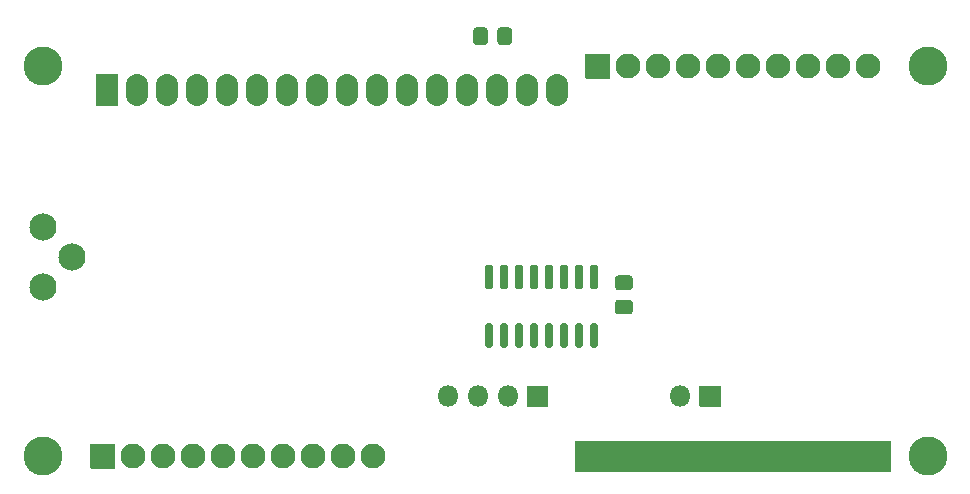
<source format=gbr>
G04 #@! TF.GenerationSoftware,KiCad,Pcbnew,(5.1.8)-1*
G04 #@! TF.CreationDate,2020-11-29T01:33:09+03:00*
G04 #@! TF.ProjectId,LCD,4c43442e-6b69-4636-9164-5f7063625858,rev?*
G04 #@! TF.SameCoordinates,Original*
G04 #@! TF.FileFunction,Soldermask,Bot*
G04 #@! TF.FilePolarity,Negative*
%FSLAX46Y46*%
G04 Gerber Fmt 4.6, Leading zero omitted, Abs format (unit mm)*
G04 Created by KiCad (PCBNEW (5.1.8)-1) date 2020-11-29 01:33:09*
%MOMM*%
%LPD*%
G01*
G04 APERTURE LIST*
%ADD10C,0.100000*%
%ADD11C,3.302000*%
%ADD12O,1.902000X2.702000*%
%ADD13C,2.302000*%
%ADD14C,2.102000*%
%ADD15O,1.802000X1.802000*%
G04 APERTURE END LIST*
D10*
G36*
X144780000Y-63500000D02*
G01*
X118110000Y-63500000D01*
X118110000Y-60960000D01*
X144780000Y-60960000D01*
X144780000Y-63500000D01*
G37*
X144780000Y-63500000D02*
X118110000Y-63500000D01*
X118110000Y-60960000D01*
X144780000Y-60960000D01*
X144780000Y-63500000D01*
G36*
X144780000Y-63500000D02*
G01*
X118110000Y-63500000D01*
X118110000Y-60960000D01*
X144780000Y-60960000D01*
X144780000Y-63500000D01*
G37*
X144780000Y-63500000D02*
X118110000Y-63500000D01*
X118110000Y-60960000D01*
X144780000Y-60960000D01*
X144780000Y-63500000D01*
D11*
X147955000Y-62230000D03*
X147955000Y-29210000D03*
X73025000Y-62230000D03*
X73025000Y-29210000D03*
D12*
X116586000Y-31242000D03*
X114046000Y-31242000D03*
X111506000Y-31242000D03*
X108966000Y-31242000D03*
X106426000Y-31242000D03*
X103886000Y-31242000D03*
X101346000Y-31242000D03*
X98806000Y-31242000D03*
X96266000Y-31242000D03*
X93726000Y-31242000D03*
X91186000Y-31242000D03*
X88646000Y-31242000D03*
X86106000Y-31242000D03*
X83566000Y-31242000D03*
X81026000Y-31242000D03*
G36*
G01*
X77535000Y-32542000D02*
X77535000Y-29942000D01*
G75*
G02*
X77586000Y-29891000I51000J0D01*
G01*
X79386000Y-29891000D01*
G75*
G02*
X79437000Y-29942000I0J-51000D01*
G01*
X79437000Y-32542000D01*
G75*
G02*
X79386000Y-32593000I-51000J0D01*
G01*
X77586000Y-32593000D01*
G75*
G02*
X77535000Y-32542000I0J51000D01*
G01*
G37*
G36*
G01*
X112776000Y-26191172D02*
X112776000Y-27148828D01*
G75*
G02*
X112503828Y-27421000I-272172J0D01*
G01*
X111796172Y-27421000D01*
G75*
G02*
X111524000Y-27148828I0J272172D01*
G01*
X111524000Y-26191172D01*
G75*
G02*
X111796172Y-25919000I272172J0D01*
G01*
X112503828Y-25919000D01*
G75*
G02*
X112776000Y-26191172I0J-272172D01*
G01*
G37*
G36*
G01*
X110726000Y-26191172D02*
X110726000Y-27148828D01*
G75*
G02*
X110453828Y-27421000I-272172J0D01*
G01*
X109746172Y-27421000D01*
G75*
G02*
X109474000Y-27148828I0J272172D01*
G01*
X109474000Y-26191172D01*
G75*
G02*
X109746172Y-25919000I272172J0D01*
G01*
X110453828Y-25919000D01*
G75*
G02*
X110726000Y-26191172I0J-272172D01*
G01*
G37*
D13*
X73025000Y-47862500D03*
X75525000Y-45362500D03*
X73025000Y-42862500D03*
G36*
G01*
X77105000Y-61179000D02*
X79105000Y-61179000D01*
G75*
G02*
X79156000Y-61230000I0J-51000D01*
G01*
X79156000Y-63230000D01*
G75*
G02*
X79105000Y-63281000I-51000J0D01*
G01*
X77105000Y-63281000D01*
G75*
G02*
X77054000Y-63230000I0J51000D01*
G01*
X77054000Y-61230000D01*
G75*
G02*
X77105000Y-61179000I51000J0D01*
G01*
G37*
D14*
X80645000Y-62230000D03*
X83185000Y-62230000D03*
X85725000Y-62230000D03*
X88265000Y-62230000D03*
X90805000Y-62230000D03*
X93345000Y-62230000D03*
X95885000Y-62230000D03*
X98425000Y-62230000D03*
X100965000Y-62230000D03*
X142875000Y-29210000D03*
X140335000Y-29210000D03*
X137795000Y-29210000D03*
X135255000Y-29210000D03*
X132715000Y-29210000D03*
X130175000Y-29210000D03*
X127635000Y-29210000D03*
X125095000Y-29210000D03*
X122555000Y-29210000D03*
G36*
G01*
X119015000Y-28159000D02*
X121015000Y-28159000D01*
G75*
G02*
X121066000Y-28210000I0J-51000D01*
G01*
X121066000Y-30210000D01*
G75*
G02*
X121015000Y-30261000I-51000J0D01*
G01*
X119015000Y-30261000D01*
G75*
G02*
X118964000Y-30210000I0J51000D01*
G01*
X118964000Y-28210000D01*
G75*
G02*
X119015000Y-28159000I51000J0D01*
G01*
G37*
G36*
G01*
X114085000Y-56249000D02*
X115785000Y-56249000D01*
G75*
G02*
X115836000Y-56300000I0J-51000D01*
G01*
X115836000Y-58000000D01*
G75*
G02*
X115785000Y-58051000I-51000J0D01*
G01*
X114085000Y-58051000D01*
G75*
G02*
X114034000Y-58000000I0J51000D01*
G01*
X114034000Y-56300000D01*
G75*
G02*
X114085000Y-56249000I51000J0D01*
G01*
G37*
D15*
X112395000Y-57150000D03*
X109855000Y-57150000D03*
X107315000Y-57150000D03*
G36*
G01*
X128690000Y-56249000D02*
X130390000Y-56249000D01*
G75*
G02*
X130441000Y-56300000I0J-51000D01*
G01*
X130441000Y-58000000D01*
G75*
G02*
X130390000Y-58051000I-51000J0D01*
G01*
X128690000Y-58051000D01*
G75*
G02*
X128639000Y-58000000I0J51000D01*
G01*
X128639000Y-56300000D01*
G75*
G02*
X128690000Y-56249000I51000J0D01*
G01*
G37*
X127000000Y-57150000D03*
G36*
G01*
X122716328Y-50228500D02*
X121758672Y-50228500D01*
G75*
G02*
X121486500Y-49956328I0J272172D01*
G01*
X121486500Y-49248672D01*
G75*
G02*
X121758672Y-48976500I272172J0D01*
G01*
X122716328Y-48976500D01*
G75*
G02*
X122988500Y-49248672I0J-272172D01*
G01*
X122988500Y-49956328D01*
G75*
G02*
X122716328Y-50228500I-272172J0D01*
G01*
G37*
G36*
G01*
X122716328Y-48178500D02*
X121758672Y-48178500D01*
G75*
G02*
X121486500Y-47906328I0J272172D01*
G01*
X121486500Y-47198672D01*
G75*
G02*
X121758672Y-46926500I272172J0D01*
G01*
X122716328Y-46926500D01*
G75*
G02*
X122988500Y-47198672I0J-272172D01*
G01*
X122988500Y-47906328D01*
G75*
G02*
X122716328Y-48178500I-272172J0D01*
G01*
G37*
G36*
G01*
X119873000Y-53031000D02*
X119522000Y-53031000D01*
G75*
G02*
X119346500Y-52855500I0J175500D01*
G01*
X119346500Y-51154500D01*
G75*
G02*
X119522000Y-50979000I175500J0D01*
G01*
X119873000Y-50979000D01*
G75*
G02*
X120048500Y-51154500I0J-175500D01*
G01*
X120048500Y-52855500D01*
G75*
G02*
X119873000Y-53031000I-175500J0D01*
G01*
G37*
G36*
G01*
X118603000Y-53031000D02*
X118252000Y-53031000D01*
G75*
G02*
X118076500Y-52855500I0J175500D01*
G01*
X118076500Y-51154500D01*
G75*
G02*
X118252000Y-50979000I175500J0D01*
G01*
X118603000Y-50979000D01*
G75*
G02*
X118778500Y-51154500I0J-175500D01*
G01*
X118778500Y-52855500D01*
G75*
G02*
X118603000Y-53031000I-175500J0D01*
G01*
G37*
G36*
G01*
X117333000Y-53031000D02*
X116982000Y-53031000D01*
G75*
G02*
X116806500Y-52855500I0J175500D01*
G01*
X116806500Y-51154500D01*
G75*
G02*
X116982000Y-50979000I175500J0D01*
G01*
X117333000Y-50979000D01*
G75*
G02*
X117508500Y-51154500I0J-175500D01*
G01*
X117508500Y-52855500D01*
G75*
G02*
X117333000Y-53031000I-175500J0D01*
G01*
G37*
G36*
G01*
X116063000Y-53031000D02*
X115712000Y-53031000D01*
G75*
G02*
X115536500Y-52855500I0J175500D01*
G01*
X115536500Y-51154500D01*
G75*
G02*
X115712000Y-50979000I175500J0D01*
G01*
X116063000Y-50979000D01*
G75*
G02*
X116238500Y-51154500I0J-175500D01*
G01*
X116238500Y-52855500D01*
G75*
G02*
X116063000Y-53031000I-175500J0D01*
G01*
G37*
G36*
G01*
X114793000Y-53031000D02*
X114442000Y-53031000D01*
G75*
G02*
X114266500Y-52855500I0J175500D01*
G01*
X114266500Y-51154500D01*
G75*
G02*
X114442000Y-50979000I175500J0D01*
G01*
X114793000Y-50979000D01*
G75*
G02*
X114968500Y-51154500I0J-175500D01*
G01*
X114968500Y-52855500D01*
G75*
G02*
X114793000Y-53031000I-175500J0D01*
G01*
G37*
G36*
G01*
X113523000Y-53031000D02*
X113172000Y-53031000D01*
G75*
G02*
X112996500Y-52855500I0J175500D01*
G01*
X112996500Y-51154500D01*
G75*
G02*
X113172000Y-50979000I175500J0D01*
G01*
X113523000Y-50979000D01*
G75*
G02*
X113698500Y-51154500I0J-175500D01*
G01*
X113698500Y-52855500D01*
G75*
G02*
X113523000Y-53031000I-175500J0D01*
G01*
G37*
G36*
G01*
X112253000Y-53031000D02*
X111902000Y-53031000D01*
G75*
G02*
X111726500Y-52855500I0J175500D01*
G01*
X111726500Y-51154500D01*
G75*
G02*
X111902000Y-50979000I175500J0D01*
G01*
X112253000Y-50979000D01*
G75*
G02*
X112428500Y-51154500I0J-175500D01*
G01*
X112428500Y-52855500D01*
G75*
G02*
X112253000Y-53031000I-175500J0D01*
G01*
G37*
G36*
G01*
X110983000Y-53031000D02*
X110632000Y-53031000D01*
G75*
G02*
X110456500Y-52855500I0J175500D01*
G01*
X110456500Y-51154500D01*
G75*
G02*
X110632000Y-50979000I175500J0D01*
G01*
X110983000Y-50979000D01*
G75*
G02*
X111158500Y-51154500I0J-175500D01*
G01*
X111158500Y-52855500D01*
G75*
G02*
X110983000Y-53031000I-175500J0D01*
G01*
G37*
G36*
G01*
X110983000Y-48081000D02*
X110632000Y-48081000D01*
G75*
G02*
X110456500Y-47905500I0J175500D01*
G01*
X110456500Y-46204500D01*
G75*
G02*
X110632000Y-46029000I175500J0D01*
G01*
X110983000Y-46029000D01*
G75*
G02*
X111158500Y-46204500I0J-175500D01*
G01*
X111158500Y-47905500D01*
G75*
G02*
X110983000Y-48081000I-175500J0D01*
G01*
G37*
G36*
G01*
X112253000Y-48081000D02*
X111902000Y-48081000D01*
G75*
G02*
X111726500Y-47905500I0J175500D01*
G01*
X111726500Y-46204500D01*
G75*
G02*
X111902000Y-46029000I175500J0D01*
G01*
X112253000Y-46029000D01*
G75*
G02*
X112428500Y-46204500I0J-175500D01*
G01*
X112428500Y-47905500D01*
G75*
G02*
X112253000Y-48081000I-175500J0D01*
G01*
G37*
G36*
G01*
X113523000Y-48081000D02*
X113172000Y-48081000D01*
G75*
G02*
X112996500Y-47905500I0J175500D01*
G01*
X112996500Y-46204500D01*
G75*
G02*
X113172000Y-46029000I175500J0D01*
G01*
X113523000Y-46029000D01*
G75*
G02*
X113698500Y-46204500I0J-175500D01*
G01*
X113698500Y-47905500D01*
G75*
G02*
X113523000Y-48081000I-175500J0D01*
G01*
G37*
G36*
G01*
X114793000Y-48081000D02*
X114442000Y-48081000D01*
G75*
G02*
X114266500Y-47905500I0J175500D01*
G01*
X114266500Y-46204500D01*
G75*
G02*
X114442000Y-46029000I175500J0D01*
G01*
X114793000Y-46029000D01*
G75*
G02*
X114968500Y-46204500I0J-175500D01*
G01*
X114968500Y-47905500D01*
G75*
G02*
X114793000Y-48081000I-175500J0D01*
G01*
G37*
G36*
G01*
X116063000Y-48081000D02*
X115712000Y-48081000D01*
G75*
G02*
X115536500Y-47905500I0J175500D01*
G01*
X115536500Y-46204500D01*
G75*
G02*
X115712000Y-46029000I175500J0D01*
G01*
X116063000Y-46029000D01*
G75*
G02*
X116238500Y-46204500I0J-175500D01*
G01*
X116238500Y-47905500D01*
G75*
G02*
X116063000Y-48081000I-175500J0D01*
G01*
G37*
G36*
G01*
X117333000Y-48081000D02*
X116982000Y-48081000D01*
G75*
G02*
X116806500Y-47905500I0J175500D01*
G01*
X116806500Y-46204500D01*
G75*
G02*
X116982000Y-46029000I175500J0D01*
G01*
X117333000Y-46029000D01*
G75*
G02*
X117508500Y-46204500I0J-175500D01*
G01*
X117508500Y-47905500D01*
G75*
G02*
X117333000Y-48081000I-175500J0D01*
G01*
G37*
G36*
G01*
X118603000Y-48081000D02*
X118252000Y-48081000D01*
G75*
G02*
X118076500Y-47905500I0J175500D01*
G01*
X118076500Y-46204500D01*
G75*
G02*
X118252000Y-46029000I175500J0D01*
G01*
X118603000Y-46029000D01*
G75*
G02*
X118778500Y-46204500I0J-175500D01*
G01*
X118778500Y-47905500D01*
G75*
G02*
X118603000Y-48081000I-175500J0D01*
G01*
G37*
G36*
G01*
X119873000Y-48081000D02*
X119522000Y-48081000D01*
G75*
G02*
X119346500Y-47905500I0J175500D01*
G01*
X119346500Y-46204500D01*
G75*
G02*
X119522000Y-46029000I175500J0D01*
G01*
X119873000Y-46029000D01*
G75*
G02*
X120048500Y-46204500I0J-175500D01*
G01*
X120048500Y-47905500D01*
G75*
G02*
X119873000Y-48081000I-175500J0D01*
G01*
G37*
M02*

</source>
